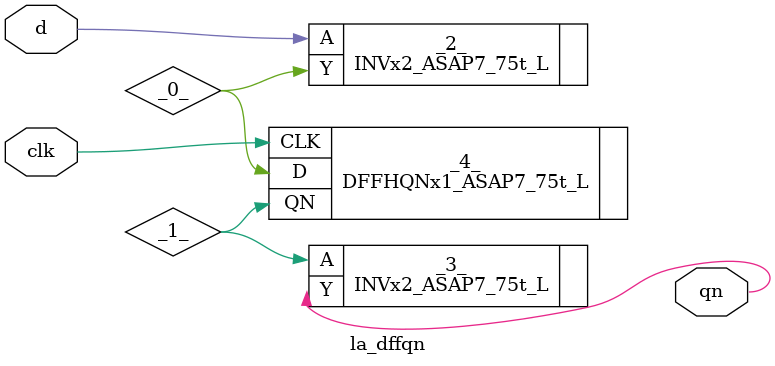
<source format=v>

/* Generated by Yosys 0.44 (git sha1 80ba43d26, g++ 11.4.0-1ubuntu1~22.04 -fPIC -O3) */

(* top =  1  *)
(* src = "inputs/la_dffqn.v:10.1-20.10" *)
module la_dffqn (
    d,
    clk,
    qn
);
  (* src = "inputs/la_dffqn.v:18.5-18.36" *)
  wire _0_;
  wire _1_;
  (* src = "inputs/la_dffqn.v:14.11-14.14" *)
  input clk;
  wire clk;
  (* src = "inputs/la_dffqn.v:13.11-13.12" *)
  input d;
  wire d;
  (* src = "inputs/la_dffqn.v:15.16-15.18" *)
  output qn;
  wire qn;
  INVx2_ASAP7_75t_L _2_ (
      .A(d),
      .Y(_0_)
  );
  INVx2_ASAP7_75t_L _3_ (
      .A(_1_),
      .Y(qn)
  );
  (* src = "inputs/la_dffqn.v:18.5-18.36" *)
  DFFHQNx1_ASAP7_75t_L _4_ (
      .CLK(clk),
      .D  (_0_),
      .QN (_1_)
  );
endmodule

</source>
